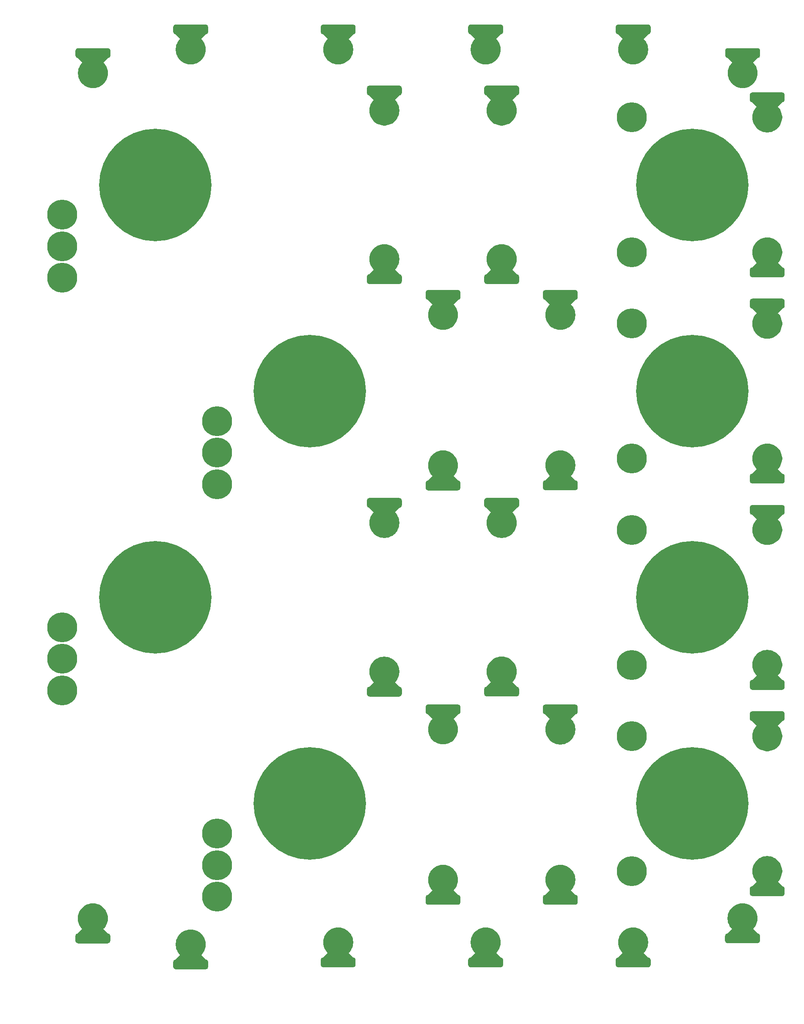
<source format=gbr>
%TF.GenerationSoftware,KiCad,Pcbnew,(5.1.9)-1*%
%TF.CreationDate,2021-08-08T20:50:52+02:00*%
%TF.ProjectId,SwitchBox,53776974-6368-4426-9f78-2e6b69636164,rev?*%
%TF.SameCoordinates,Original*%
%TF.FileFunction,Soldermask,Bot*%
%TF.FilePolarity,Negative*%
%FSLAX46Y46*%
G04 Gerber Fmt 4.6, Leading zero omitted, Abs format (unit mm)*
G04 Created by KiCad (PCBNEW (5.1.9)-1) date 2021-08-08 20:50:52*
%MOMM*%
%LPD*%
G01*
G04 APERTURE LIST*
%ADD10C,22.500000*%
%ADD11C,6.000000*%
%ADD12C,0.100000*%
G04 APERTURE END LIST*
D10*
%TO.C,D9*%
X161190000Y-64650000D03*
D11*
X149090000Y-78150000D03*
X149090000Y-51150000D03*
%TD*%
%TO.C,D10*%
X149090000Y-92406666D03*
X149090000Y-119406666D03*
D10*
X161190000Y-105906666D03*
%TD*%
%TO.C,D11*%
X161230000Y-147163332D03*
D11*
X149130000Y-160663332D03*
X149130000Y-133663332D03*
%TD*%
%TO.C,D12*%
X149150000Y-174920000D03*
X149150000Y-201920000D03*
D10*
X161250000Y-188420000D03*
%TD*%
%TO.C,BLACK*%
G36*
G01*
X38290000Y-214362777D02*
X44290000Y-214362777D01*
G75*
G02*
X44790000Y-214862777I0J-500000D01*
G01*
X44790000Y-215862777D01*
G75*
G02*
X44290000Y-216362777I-500000J0D01*
G01*
X38290000Y-216362777D01*
G75*
G02*
X37790000Y-215862777I0J500000D01*
G01*
X37790000Y-214862777D01*
G75*
G02*
X38290000Y-214362777I500000J0D01*
G01*
G37*
D12*
G36*
X41730191Y-208395247D02*
G01*
X42018941Y-208452683D01*
X42300670Y-208538145D01*
X42572665Y-208650809D01*
X42832308Y-208789591D01*
X43077098Y-208953154D01*
X43304677Y-209139924D01*
X43512853Y-209348100D01*
X43699623Y-209575679D01*
X43863186Y-209820469D01*
X44001968Y-210080112D01*
X44114632Y-210352107D01*
X44200094Y-210633836D01*
X44257530Y-210922586D01*
X44286386Y-211215574D01*
X44286386Y-211509980D01*
X44257530Y-211802968D01*
X44200094Y-212091718D01*
X44114632Y-212373447D01*
X44001968Y-212645442D01*
X43863186Y-212905085D01*
X43699623Y-213149875D01*
X43512853Y-213377454D01*
X43408765Y-213481542D01*
X44290000Y-214362777D01*
X38290000Y-214362777D01*
X39171235Y-213481542D01*
X39067147Y-213377454D01*
X38880377Y-213149875D01*
X38716814Y-212905085D01*
X38578032Y-212645442D01*
X38465368Y-212373447D01*
X38379906Y-212091718D01*
X38322470Y-211802968D01*
X38293614Y-211509980D01*
X38293614Y-211215574D01*
X38322470Y-210922586D01*
X38379906Y-210633836D01*
X38465368Y-210352107D01*
X38578032Y-210080112D01*
X38716814Y-209820469D01*
X38880377Y-209575679D01*
X39067147Y-209348100D01*
X39275323Y-209139924D01*
X39502902Y-208953154D01*
X39747692Y-208789591D01*
X40007335Y-208650809D01*
X40279330Y-208538145D01*
X40561059Y-208452683D01*
X40849809Y-208395247D01*
X41142797Y-208366391D01*
X41437203Y-208366391D01*
X41730191Y-208395247D01*
G37*
%TD*%
%TO.C,RED*%
G36*
X40869809Y-45274753D02*
G01*
X40581059Y-45217317D01*
X40299330Y-45131855D01*
X40027335Y-45019191D01*
X39767692Y-44880409D01*
X39522902Y-44716846D01*
X39295323Y-44530076D01*
X39087147Y-44321900D01*
X38900377Y-44094321D01*
X38736814Y-43849531D01*
X38598032Y-43589888D01*
X38485368Y-43317893D01*
X38399906Y-43036164D01*
X38342470Y-42747414D01*
X38313614Y-42454426D01*
X38313614Y-42160020D01*
X38342470Y-41867032D01*
X38399906Y-41578282D01*
X38485368Y-41296553D01*
X38598032Y-41024558D01*
X38736814Y-40764915D01*
X38900377Y-40520125D01*
X39087147Y-40292546D01*
X39191235Y-40188458D01*
X38310000Y-39307223D01*
X44310000Y-39307223D01*
X43428765Y-40188458D01*
X43532853Y-40292546D01*
X43719623Y-40520125D01*
X43883186Y-40764915D01*
X44021968Y-41024558D01*
X44134632Y-41296553D01*
X44220094Y-41578282D01*
X44277530Y-41867032D01*
X44306386Y-42160020D01*
X44306386Y-42454426D01*
X44277530Y-42747414D01*
X44220094Y-43036164D01*
X44134632Y-43317893D01*
X44021968Y-43589888D01*
X43883186Y-43849531D01*
X43719623Y-44094321D01*
X43532853Y-44321900D01*
X43324677Y-44530076D01*
X43097098Y-44716846D01*
X42852308Y-44880409D01*
X42592665Y-45019191D01*
X42320670Y-45131855D01*
X42038941Y-45217317D01*
X41750191Y-45274753D01*
X41457203Y-45303609D01*
X41162797Y-45303609D01*
X40869809Y-45274753D01*
G37*
G36*
G01*
X44310000Y-39307223D02*
X38310000Y-39307223D01*
G75*
G02*
X37810000Y-38807223I0J500000D01*
G01*
X37810000Y-37807223D01*
G75*
G02*
X38310000Y-37307223I500000J0D01*
G01*
X44310000Y-37307223D01*
G75*
G02*
X44810000Y-37807223I0J-500000D01*
G01*
X44810000Y-38807223D01*
G75*
G02*
X44310000Y-39307223I-500000J0D01*
G01*
G37*
%TD*%
%TO.C,BLACK*%
G36*
X61300191Y-213602470D02*
G01*
X61588941Y-213659906D01*
X61870670Y-213745368D01*
X62142665Y-213858032D01*
X62402308Y-213996814D01*
X62647098Y-214160377D01*
X62874677Y-214347147D01*
X63082853Y-214555323D01*
X63269623Y-214782902D01*
X63433186Y-215027692D01*
X63571968Y-215287335D01*
X63684632Y-215559330D01*
X63770094Y-215841059D01*
X63827530Y-216129809D01*
X63856386Y-216422797D01*
X63856386Y-216717203D01*
X63827530Y-217010191D01*
X63770094Y-217298941D01*
X63684632Y-217580670D01*
X63571968Y-217852665D01*
X63433186Y-218112308D01*
X63269623Y-218357098D01*
X63082853Y-218584677D01*
X62978765Y-218688765D01*
X63860000Y-219570000D01*
X57860000Y-219570000D01*
X58741235Y-218688765D01*
X58637147Y-218584677D01*
X58450377Y-218357098D01*
X58286814Y-218112308D01*
X58148032Y-217852665D01*
X58035368Y-217580670D01*
X57949906Y-217298941D01*
X57892470Y-217010191D01*
X57863614Y-216717203D01*
X57863614Y-216422797D01*
X57892470Y-216129809D01*
X57949906Y-215841059D01*
X58035368Y-215559330D01*
X58148032Y-215287335D01*
X58286814Y-215027692D01*
X58450377Y-214782902D01*
X58637147Y-214555323D01*
X58845323Y-214347147D01*
X59072902Y-214160377D01*
X59317692Y-213996814D01*
X59577335Y-213858032D01*
X59849330Y-213745368D01*
X60131059Y-213659906D01*
X60419809Y-213602470D01*
X60712797Y-213573614D01*
X61007203Y-213573614D01*
X61300191Y-213602470D01*
G37*
G36*
G01*
X57860000Y-219570000D02*
X63860000Y-219570000D01*
G75*
G02*
X64360000Y-220070000I0J-500000D01*
G01*
X64360000Y-221070000D01*
G75*
G02*
X63860000Y-221570000I-500000J0D01*
G01*
X57860000Y-221570000D01*
G75*
G02*
X57360000Y-221070000I0J500000D01*
G01*
X57360000Y-220070000D01*
G75*
G02*
X57860000Y-219570000I500000J0D01*
G01*
G37*
%TD*%
%TO.C,RED*%
G36*
G01*
X63860000Y-34570000D02*
X57860000Y-34570000D01*
G75*
G02*
X57360000Y-34070000I0J500000D01*
G01*
X57360000Y-33070000D01*
G75*
G02*
X57860000Y-32570000I500000J0D01*
G01*
X63860000Y-32570000D01*
G75*
G02*
X64360000Y-33070000I0J-500000D01*
G01*
X64360000Y-34070000D01*
G75*
G02*
X63860000Y-34570000I-500000J0D01*
G01*
G37*
G36*
X60419809Y-40537530D02*
G01*
X60131059Y-40480094D01*
X59849330Y-40394632D01*
X59577335Y-40281968D01*
X59317692Y-40143186D01*
X59072902Y-39979623D01*
X58845323Y-39792853D01*
X58637147Y-39584677D01*
X58450377Y-39357098D01*
X58286814Y-39112308D01*
X58148032Y-38852665D01*
X58035368Y-38580670D01*
X57949906Y-38298941D01*
X57892470Y-38010191D01*
X57863614Y-37717203D01*
X57863614Y-37422797D01*
X57892470Y-37129809D01*
X57949906Y-36841059D01*
X58035368Y-36559330D01*
X58148032Y-36287335D01*
X58286814Y-36027692D01*
X58450377Y-35782902D01*
X58637147Y-35555323D01*
X58741235Y-35451235D01*
X57860000Y-34570000D01*
X63860000Y-34570000D01*
X62978765Y-35451235D01*
X63082853Y-35555323D01*
X63269623Y-35782902D01*
X63433186Y-36027692D01*
X63571968Y-36287335D01*
X63684632Y-36559330D01*
X63770094Y-36841059D01*
X63827530Y-37129809D01*
X63856386Y-37422797D01*
X63856386Y-37717203D01*
X63827530Y-38010191D01*
X63770094Y-38298941D01*
X63684632Y-38580670D01*
X63571968Y-38852665D01*
X63433186Y-39112308D01*
X63269623Y-39357098D01*
X63082853Y-39584677D01*
X62874677Y-39792853D01*
X62647098Y-39979623D01*
X62402308Y-40143186D01*
X62142665Y-40281968D01*
X61870670Y-40394632D01*
X61588941Y-40480094D01*
X61300191Y-40537530D01*
X61007203Y-40566386D01*
X60712797Y-40566386D01*
X60419809Y-40537530D01*
G37*
%TD*%
%TO.C,BLACK*%
G36*
G01*
X87370000Y-219170000D02*
X93370000Y-219170000D01*
G75*
G02*
X93870000Y-219670000I0J-500000D01*
G01*
X93870000Y-220670000D01*
G75*
G02*
X93370000Y-221170000I-500000J0D01*
G01*
X87370000Y-221170000D01*
G75*
G02*
X86870000Y-220670000I0J500000D01*
G01*
X86870000Y-219670000D01*
G75*
G02*
X87370000Y-219170000I500000J0D01*
G01*
G37*
G36*
X90810191Y-213202470D02*
G01*
X91098941Y-213259906D01*
X91380670Y-213345368D01*
X91652665Y-213458032D01*
X91912308Y-213596814D01*
X92157098Y-213760377D01*
X92384677Y-213947147D01*
X92592853Y-214155323D01*
X92779623Y-214382902D01*
X92943186Y-214627692D01*
X93081968Y-214887335D01*
X93194632Y-215159330D01*
X93280094Y-215441059D01*
X93337530Y-215729809D01*
X93366386Y-216022797D01*
X93366386Y-216317203D01*
X93337530Y-216610191D01*
X93280094Y-216898941D01*
X93194632Y-217180670D01*
X93081968Y-217452665D01*
X92943186Y-217712308D01*
X92779623Y-217957098D01*
X92592853Y-218184677D01*
X92488765Y-218288765D01*
X93370000Y-219170000D01*
X87370000Y-219170000D01*
X88251235Y-218288765D01*
X88147147Y-218184677D01*
X87960377Y-217957098D01*
X87796814Y-217712308D01*
X87658032Y-217452665D01*
X87545368Y-217180670D01*
X87459906Y-216898941D01*
X87402470Y-216610191D01*
X87373614Y-216317203D01*
X87373614Y-216022797D01*
X87402470Y-215729809D01*
X87459906Y-215441059D01*
X87545368Y-215159330D01*
X87658032Y-214887335D01*
X87796814Y-214627692D01*
X87960377Y-214382902D01*
X88147147Y-214155323D01*
X88355323Y-213947147D01*
X88582902Y-213760377D01*
X88827692Y-213596814D01*
X89087335Y-213458032D01*
X89359330Y-213345368D01*
X89641059Y-213259906D01*
X89929809Y-213202470D01*
X90222797Y-213173614D01*
X90517203Y-213173614D01*
X90810191Y-213202470D01*
G37*
%TD*%
%TO.C,RED*%
G36*
X89929809Y-40537530D02*
G01*
X89641059Y-40480094D01*
X89359330Y-40394632D01*
X89087335Y-40281968D01*
X88827692Y-40143186D01*
X88582902Y-39979623D01*
X88355323Y-39792853D01*
X88147147Y-39584677D01*
X87960377Y-39357098D01*
X87796814Y-39112308D01*
X87658032Y-38852665D01*
X87545368Y-38580670D01*
X87459906Y-38298941D01*
X87402470Y-38010191D01*
X87373614Y-37717203D01*
X87373614Y-37422797D01*
X87402470Y-37129809D01*
X87459906Y-36841059D01*
X87545368Y-36559330D01*
X87658032Y-36287335D01*
X87796814Y-36027692D01*
X87960377Y-35782902D01*
X88147147Y-35555323D01*
X88251235Y-35451235D01*
X87370000Y-34570000D01*
X93370000Y-34570000D01*
X92488765Y-35451235D01*
X92592853Y-35555323D01*
X92779623Y-35782902D01*
X92943186Y-36027692D01*
X93081968Y-36287335D01*
X93194632Y-36559330D01*
X93280094Y-36841059D01*
X93337530Y-37129809D01*
X93366386Y-37422797D01*
X93366386Y-37717203D01*
X93337530Y-38010191D01*
X93280094Y-38298941D01*
X93194632Y-38580670D01*
X93081968Y-38852665D01*
X92943186Y-39112308D01*
X92779623Y-39357098D01*
X92592853Y-39584677D01*
X92384677Y-39792853D01*
X92157098Y-39979623D01*
X91912308Y-40143186D01*
X91652665Y-40281968D01*
X91380670Y-40394632D01*
X91098941Y-40480094D01*
X90810191Y-40537530D01*
X90517203Y-40566386D01*
X90222797Y-40566386D01*
X89929809Y-40537530D01*
G37*
G36*
G01*
X93370000Y-34570000D02*
X87370000Y-34570000D01*
G75*
G02*
X86870000Y-34070000I0J500000D01*
G01*
X86870000Y-33070000D01*
G75*
G02*
X87370000Y-32570000I500000J0D01*
G01*
X93370000Y-32570000D01*
G75*
G02*
X93870000Y-33070000I0J-500000D01*
G01*
X93870000Y-34070000D01*
G75*
G02*
X93370000Y-34570000I-500000J0D01*
G01*
G37*
%TD*%
%TO.C,BLACK*%
G36*
X120320191Y-213202470D02*
G01*
X120608941Y-213259906D01*
X120890670Y-213345368D01*
X121162665Y-213458032D01*
X121422308Y-213596814D01*
X121667098Y-213760377D01*
X121894677Y-213947147D01*
X122102853Y-214155323D01*
X122289623Y-214382902D01*
X122453186Y-214627692D01*
X122591968Y-214887335D01*
X122704632Y-215159330D01*
X122790094Y-215441059D01*
X122847530Y-215729809D01*
X122876386Y-216022797D01*
X122876386Y-216317203D01*
X122847530Y-216610191D01*
X122790094Y-216898941D01*
X122704632Y-217180670D01*
X122591968Y-217452665D01*
X122453186Y-217712308D01*
X122289623Y-217957098D01*
X122102853Y-218184677D01*
X121998765Y-218288765D01*
X122880000Y-219170000D01*
X116880000Y-219170000D01*
X117761235Y-218288765D01*
X117657147Y-218184677D01*
X117470377Y-217957098D01*
X117306814Y-217712308D01*
X117168032Y-217452665D01*
X117055368Y-217180670D01*
X116969906Y-216898941D01*
X116912470Y-216610191D01*
X116883614Y-216317203D01*
X116883614Y-216022797D01*
X116912470Y-215729809D01*
X116969906Y-215441059D01*
X117055368Y-215159330D01*
X117168032Y-214887335D01*
X117306814Y-214627692D01*
X117470377Y-214382902D01*
X117657147Y-214155323D01*
X117865323Y-213947147D01*
X118092902Y-213760377D01*
X118337692Y-213596814D01*
X118597335Y-213458032D01*
X118869330Y-213345368D01*
X119151059Y-213259906D01*
X119439809Y-213202470D01*
X119732797Y-213173614D01*
X120027203Y-213173614D01*
X120320191Y-213202470D01*
G37*
G36*
G01*
X116880000Y-219170000D02*
X122880000Y-219170000D01*
G75*
G02*
X123380000Y-219670000I0J-500000D01*
G01*
X123380000Y-220670000D01*
G75*
G02*
X122880000Y-221170000I-500000J0D01*
G01*
X116880000Y-221170000D01*
G75*
G02*
X116380000Y-220670000I0J500000D01*
G01*
X116380000Y-219670000D01*
G75*
G02*
X116880000Y-219170000I500000J0D01*
G01*
G37*
%TD*%
%TO.C,RED*%
G36*
G01*
X122880000Y-34570000D02*
X116880000Y-34570000D01*
G75*
G02*
X116380000Y-34070000I0J500000D01*
G01*
X116380000Y-33070000D01*
G75*
G02*
X116880000Y-32570000I500000J0D01*
G01*
X122880000Y-32570000D01*
G75*
G02*
X123380000Y-33070000I0J-500000D01*
G01*
X123380000Y-34070000D01*
G75*
G02*
X122880000Y-34570000I-500000J0D01*
G01*
G37*
G36*
X119439809Y-40537530D02*
G01*
X119151059Y-40480094D01*
X118869330Y-40394632D01*
X118597335Y-40281968D01*
X118337692Y-40143186D01*
X118092902Y-39979623D01*
X117865323Y-39792853D01*
X117657147Y-39584677D01*
X117470377Y-39357098D01*
X117306814Y-39112308D01*
X117168032Y-38852665D01*
X117055368Y-38580670D01*
X116969906Y-38298941D01*
X116912470Y-38010191D01*
X116883614Y-37717203D01*
X116883614Y-37422797D01*
X116912470Y-37129809D01*
X116969906Y-36841059D01*
X117055368Y-36559330D01*
X117168032Y-36287335D01*
X117306814Y-36027692D01*
X117470377Y-35782902D01*
X117657147Y-35555323D01*
X117761235Y-35451235D01*
X116880000Y-34570000D01*
X122880000Y-34570000D01*
X121998765Y-35451235D01*
X122102853Y-35555323D01*
X122289623Y-35782902D01*
X122453186Y-36027692D01*
X122591968Y-36287335D01*
X122704632Y-36559330D01*
X122790094Y-36841059D01*
X122847530Y-37129809D01*
X122876386Y-37422797D01*
X122876386Y-37717203D01*
X122847530Y-38010191D01*
X122790094Y-38298941D01*
X122704632Y-38580670D01*
X122591968Y-38852665D01*
X122453186Y-39112308D01*
X122289623Y-39357098D01*
X122102853Y-39584677D01*
X121894677Y-39792853D01*
X121667098Y-39979623D01*
X121422308Y-40143186D01*
X121162665Y-40281968D01*
X120890670Y-40394632D01*
X120608941Y-40480094D01*
X120320191Y-40537530D01*
X120027203Y-40566386D01*
X119732797Y-40566386D01*
X119439809Y-40537530D01*
G37*
%TD*%
%TO.C,BLACK*%
G36*
G01*
X146390000Y-219170000D02*
X152390000Y-219170000D01*
G75*
G02*
X152890000Y-219670000I0J-500000D01*
G01*
X152890000Y-220670000D01*
G75*
G02*
X152390000Y-221170000I-500000J0D01*
G01*
X146390000Y-221170000D01*
G75*
G02*
X145890000Y-220670000I0J500000D01*
G01*
X145890000Y-219670000D01*
G75*
G02*
X146390000Y-219170000I500000J0D01*
G01*
G37*
G36*
X149830191Y-213202470D02*
G01*
X150118941Y-213259906D01*
X150400670Y-213345368D01*
X150672665Y-213458032D01*
X150932308Y-213596814D01*
X151177098Y-213760377D01*
X151404677Y-213947147D01*
X151612853Y-214155323D01*
X151799623Y-214382902D01*
X151963186Y-214627692D01*
X152101968Y-214887335D01*
X152214632Y-215159330D01*
X152300094Y-215441059D01*
X152357530Y-215729809D01*
X152386386Y-216022797D01*
X152386386Y-216317203D01*
X152357530Y-216610191D01*
X152300094Y-216898941D01*
X152214632Y-217180670D01*
X152101968Y-217452665D01*
X151963186Y-217712308D01*
X151799623Y-217957098D01*
X151612853Y-218184677D01*
X151508765Y-218288765D01*
X152390000Y-219170000D01*
X146390000Y-219170000D01*
X147271235Y-218288765D01*
X147167147Y-218184677D01*
X146980377Y-217957098D01*
X146816814Y-217712308D01*
X146678032Y-217452665D01*
X146565368Y-217180670D01*
X146479906Y-216898941D01*
X146422470Y-216610191D01*
X146393614Y-216317203D01*
X146393614Y-216022797D01*
X146422470Y-215729809D01*
X146479906Y-215441059D01*
X146565368Y-215159330D01*
X146678032Y-214887335D01*
X146816814Y-214627692D01*
X146980377Y-214382902D01*
X147167147Y-214155323D01*
X147375323Y-213947147D01*
X147602902Y-213760377D01*
X147847692Y-213596814D01*
X148107335Y-213458032D01*
X148379330Y-213345368D01*
X148661059Y-213259906D01*
X148949809Y-213202470D01*
X149242797Y-213173614D01*
X149537203Y-213173614D01*
X149830191Y-213202470D01*
G37*
%TD*%
%TO.C,RED*%
G36*
X148949809Y-40537530D02*
G01*
X148661059Y-40480094D01*
X148379330Y-40394632D01*
X148107335Y-40281968D01*
X147847692Y-40143186D01*
X147602902Y-39979623D01*
X147375323Y-39792853D01*
X147167147Y-39584677D01*
X146980377Y-39357098D01*
X146816814Y-39112308D01*
X146678032Y-38852665D01*
X146565368Y-38580670D01*
X146479906Y-38298941D01*
X146422470Y-38010191D01*
X146393614Y-37717203D01*
X146393614Y-37422797D01*
X146422470Y-37129809D01*
X146479906Y-36841059D01*
X146565368Y-36559330D01*
X146678032Y-36287335D01*
X146816814Y-36027692D01*
X146980377Y-35782902D01*
X147167147Y-35555323D01*
X147271235Y-35451235D01*
X146390000Y-34570000D01*
X152390000Y-34570000D01*
X151508765Y-35451235D01*
X151612853Y-35555323D01*
X151799623Y-35782902D01*
X151963186Y-36027692D01*
X152101968Y-36287335D01*
X152214632Y-36559330D01*
X152300094Y-36841059D01*
X152357530Y-37129809D01*
X152386386Y-37422797D01*
X152386386Y-37717203D01*
X152357530Y-38010191D01*
X152300094Y-38298941D01*
X152214632Y-38580670D01*
X152101968Y-38852665D01*
X151963186Y-39112308D01*
X151799623Y-39357098D01*
X151612853Y-39584677D01*
X151404677Y-39792853D01*
X151177098Y-39979623D01*
X150932308Y-40143186D01*
X150672665Y-40281968D01*
X150400670Y-40394632D01*
X150118941Y-40480094D01*
X149830191Y-40537530D01*
X149537203Y-40566386D01*
X149242797Y-40566386D01*
X148949809Y-40537530D01*
G37*
G36*
G01*
X152390000Y-34570000D02*
X146390000Y-34570000D01*
G75*
G02*
X145890000Y-34070000I0J500000D01*
G01*
X145890000Y-33070000D01*
G75*
G02*
X146390000Y-32570000I500000J0D01*
G01*
X152390000Y-32570000D01*
G75*
G02*
X152890000Y-33070000I0J-500000D01*
G01*
X152890000Y-34070000D01*
G75*
G02*
X152390000Y-34570000I-500000J0D01*
G01*
G37*
%TD*%
%TO.C,BLACK*%
G36*
X171720191Y-208385247D02*
G01*
X172008941Y-208442683D01*
X172290670Y-208528145D01*
X172562665Y-208640809D01*
X172822308Y-208779591D01*
X173067098Y-208943154D01*
X173294677Y-209129924D01*
X173502853Y-209338100D01*
X173689623Y-209565679D01*
X173853186Y-209810469D01*
X173991968Y-210070112D01*
X174104632Y-210342107D01*
X174190094Y-210623836D01*
X174247530Y-210912586D01*
X174276386Y-211205574D01*
X174276386Y-211499980D01*
X174247530Y-211792968D01*
X174190094Y-212081718D01*
X174104632Y-212363447D01*
X173991968Y-212635442D01*
X173853186Y-212895085D01*
X173689623Y-213139875D01*
X173502853Y-213367454D01*
X173398765Y-213471542D01*
X174280000Y-214352777D01*
X168280000Y-214352777D01*
X169161235Y-213471542D01*
X169057147Y-213367454D01*
X168870377Y-213139875D01*
X168706814Y-212895085D01*
X168568032Y-212635442D01*
X168455368Y-212363447D01*
X168369906Y-212081718D01*
X168312470Y-211792968D01*
X168283614Y-211499980D01*
X168283614Y-211205574D01*
X168312470Y-210912586D01*
X168369906Y-210623836D01*
X168455368Y-210342107D01*
X168568032Y-210070112D01*
X168706814Y-209810469D01*
X168870377Y-209565679D01*
X169057147Y-209338100D01*
X169265323Y-209129924D01*
X169492902Y-208943154D01*
X169737692Y-208779591D01*
X169997335Y-208640809D01*
X170269330Y-208528145D01*
X170551059Y-208442683D01*
X170839809Y-208385247D01*
X171132797Y-208356391D01*
X171427203Y-208356391D01*
X171720191Y-208385247D01*
G37*
G36*
G01*
X168280000Y-214352777D02*
X174280000Y-214352777D01*
G75*
G02*
X174780000Y-214852777I0J-500000D01*
G01*
X174780000Y-215852777D01*
G75*
G02*
X174280000Y-216352777I-500000J0D01*
G01*
X168280000Y-216352777D01*
G75*
G02*
X167780000Y-215852777I0J500000D01*
G01*
X167780000Y-214852777D01*
G75*
G02*
X168280000Y-214352777I500000J0D01*
G01*
G37*
%TD*%
%TO.C,RED*%
G36*
G01*
X174300000Y-39297223D02*
X168300000Y-39297223D01*
G75*
G02*
X167800000Y-38797223I0J500000D01*
G01*
X167800000Y-37797223D01*
G75*
G02*
X168300000Y-37297223I500000J0D01*
G01*
X174300000Y-37297223D01*
G75*
G02*
X174800000Y-37797223I0J-500000D01*
G01*
X174800000Y-38797223D01*
G75*
G02*
X174300000Y-39297223I-500000J0D01*
G01*
G37*
G36*
X170859809Y-45264753D02*
G01*
X170571059Y-45207317D01*
X170289330Y-45121855D01*
X170017335Y-45009191D01*
X169757692Y-44870409D01*
X169512902Y-44706846D01*
X169285323Y-44520076D01*
X169077147Y-44311900D01*
X168890377Y-44084321D01*
X168726814Y-43839531D01*
X168588032Y-43579888D01*
X168475368Y-43307893D01*
X168389906Y-43026164D01*
X168332470Y-42737414D01*
X168303614Y-42444426D01*
X168303614Y-42150020D01*
X168332470Y-41857032D01*
X168389906Y-41568282D01*
X168475368Y-41286553D01*
X168588032Y-41014558D01*
X168726814Y-40754915D01*
X168890377Y-40510125D01*
X169077147Y-40282546D01*
X169181235Y-40178458D01*
X168300000Y-39297223D01*
X174300000Y-39297223D01*
X173418765Y-40178458D01*
X173522853Y-40282546D01*
X173709623Y-40510125D01*
X173873186Y-40754915D01*
X174011968Y-41014558D01*
X174124632Y-41286553D01*
X174210094Y-41568282D01*
X174267530Y-41857032D01*
X174296386Y-42150020D01*
X174296386Y-42444426D01*
X174267530Y-42737414D01*
X174210094Y-43026164D01*
X174124632Y-43307893D01*
X174011968Y-43579888D01*
X173873186Y-43839531D01*
X173709623Y-44084321D01*
X173522853Y-44311900D01*
X173314677Y-44520076D01*
X173087098Y-44706846D01*
X172842308Y-44870409D01*
X172582665Y-45009191D01*
X172310670Y-45121855D01*
X172028941Y-45207317D01*
X171740191Y-45264753D01*
X171447203Y-45293609D01*
X171152797Y-45293609D01*
X170859809Y-45264753D01*
G37*
%TD*%
%TO.C,BLACK*%
G36*
G01*
X102610000Y-46790000D02*
X96610000Y-46790000D01*
G75*
G02*
X96110000Y-46290000I0J500000D01*
G01*
X96110000Y-45290000D01*
G75*
G02*
X96610000Y-44790000I500000J0D01*
G01*
X102610000Y-44790000D01*
G75*
G02*
X103110000Y-45290000I0J-500000D01*
G01*
X103110000Y-46290000D01*
G75*
G02*
X102610000Y-46790000I-500000J0D01*
G01*
G37*
G36*
X99169809Y-52757530D02*
G01*
X98881059Y-52700094D01*
X98599330Y-52614632D01*
X98327335Y-52501968D01*
X98067692Y-52363186D01*
X97822902Y-52199623D01*
X97595323Y-52012853D01*
X97387147Y-51804677D01*
X97200377Y-51577098D01*
X97036814Y-51332308D01*
X96898032Y-51072665D01*
X96785368Y-50800670D01*
X96699906Y-50518941D01*
X96642470Y-50230191D01*
X96613614Y-49937203D01*
X96613614Y-49642797D01*
X96642470Y-49349809D01*
X96699906Y-49061059D01*
X96785368Y-48779330D01*
X96898032Y-48507335D01*
X97036814Y-48247692D01*
X97200377Y-48002902D01*
X97387147Y-47775323D01*
X97491235Y-47671235D01*
X96610000Y-46790000D01*
X102610000Y-46790000D01*
X101728765Y-47671235D01*
X101832853Y-47775323D01*
X102019623Y-48002902D01*
X102183186Y-48247692D01*
X102321968Y-48507335D01*
X102434632Y-48779330D01*
X102520094Y-49061059D01*
X102577530Y-49349809D01*
X102606386Y-49642797D01*
X102606386Y-49937203D01*
X102577530Y-50230191D01*
X102520094Y-50518941D01*
X102434632Y-50800670D01*
X102321968Y-51072665D01*
X102183186Y-51332308D01*
X102019623Y-51577098D01*
X101832853Y-51804677D01*
X101624677Y-52012853D01*
X101397098Y-52199623D01*
X101152308Y-52363186D01*
X100892665Y-52501968D01*
X100620670Y-52614632D01*
X100338941Y-52700094D01*
X100050191Y-52757530D01*
X99757203Y-52786386D01*
X99462797Y-52786386D01*
X99169809Y-52757530D01*
G37*
%TD*%
%TO.C,BLACK*%
G36*
X110909809Y-93647530D02*
G01*
X110621059Y-93590094D01*
X110339330Y-93504632D01*
X110067335Y-93391968D01*
X109807692Y-93253186D01*
X109562902Y-93089623D01*
X109335323Y-92902853D01*
X109127147Y-92694677D01*
X108940377Y-92467098D01*
X108776814Y-92222308D01*
X108638032Y-91962665D01*
X108525368Y-91690670D01*
X108439906Y-91408941D01*
X108382470Y-91120191D01*
X108353614Y-90827203D01*
X108353614Y-90532797D01*
X108382470Y-90239809D01*
X108439906Y-89951059D01*
X108525368Y-89669330D01*
X108638032Y-89397335D01*
X108776814Y-89137692D01*
X108940377Y-88892902D01*
X109127147Y-88665323D01*
X109231235Y-88561235D01*
X108350000Y-87680000D01*
X114350000Y-87680000D01*
X113468765Y-88561235D01*
X113572853Y-88665323D01*
X113759623Y-88892902D01*
X113923186Y-89137692D01*
X114061968Y-89397335D01*
X114174632Y-89669330D01*
X114260094Y-89951059D01*
X114317530Y-90239809D01*
X114346386Y-90532797D01*
X114346386Y-90827203D01*
X114317530Y-91120191D01*
X114260094Y-91408941D01*
X114174632Y-91690670D01*
X114061968Y-91962665D01*
X113923186Y-92222308D01*
X113759623Y-92467098D01*
X113572853Y-92694677D01*
X113364677Y-92902853D01*
X113137098Y-93089623D01*
X112892308Y-93253186D01*
X112632665Y-93391968D01*
X112360670Y-93504632D01*
X112078941Y-93590094D01*
X111790191Y-93647530D01*
X111497203Y-93676386D01*
X111202797Y-93676386D01*
X110909809Y-93647530D01*
G37*
G36*
G01*
X114350000Y-87680000D02*
X108350000Y-87680000D01*
G75*
G02*
X107850000Y-87180000I0J500000D01*
G01*
X107850000Y-86180000D01*
G75*
G02*
X108350000Y-85680000I500000J0D01*
G01*
X114350000Y-85680000D01*
G75*
G02*
X114850000Y-86180000I0J-500000D01*
G01*
X114850000Y-87180000D01*
G75*
G02*
X114350000Y-87680000I-500000J0D01*
G01*
G37*
%TD*%
%TO.C,BLACK*%
G36*
X100050191Y-76532470D02*
G01*
X100338941Y-76589906D01*
X100620670Y-76675368D01*
X100892665Y-76788032D01*
X101152308Y-76926814D01*
X101397098Y-77090377D01*
X101624677Y-77277147D01*
X101832853Y-77485323D01*
X102019623Y-77712902D01*
X102183186Y-77957692D01*
X102321968Y-78217335D01*
X102434632Y-78489330D01*
X102520094Y-78771059D01*
X102577530Y-79059809D01*
X102606386Y-79352797D01*
X102606386Y-79647203D01*
X102577530Y-79940191D01*
X102520094Y-80228941D01*
X102434632Y-80510670D01*
X102321968Y-80782665D01*
X102183186Y-81042308D01*
X102019623Y-81287098D01*
X101832853Y-81514677D01*
X101728765Y-81618765D01*
X102610000Y-82500000D01*
X96610000Y-82500000D01*
X97491235Y-81618765D01*
X97387147Y-81514677D01*
X97200377Y-81287098D01*
X97036814Y-81042308D01*
X96898032Y-80782665D01*
X96785368Y-80510670D01*
X96699906Y-80228941D01*
X96642470Y-79940191D01*
X96613614Y-79647203D01*
X96613614Y-79352797D01*
X96642470Y-79059809D01*
X96699906Y-78771059D01*
X96785368Y-78489330D01*
X96898032Y-78217335D01*
X97036814Y-77957692D01*
X97200377Y-77712902D01*
X97387147Y-77485323D01*
X97595323Y-77277147D01*
X97822902Y-77090377D01*
X98067692Y-76926814D01*
X98327335Y-76788032D01*
X98599330Y-76675368D01*
X98881059Y-76589906D01*
X99169809Y-76532470D01*
X99462797Y-76503614D01*
X99757203Y-76503614D01*
X100050191Y-76532470D01*
G37*
G36*
G01*
X96610000Y-82500000D02*
X102610000Y-82500000D01*
G75*
G02*
X103110000Y-83000000I0J-500000D01*
G01*
X103110000Y-84000000D01*
G75*
G02*
X102610000Y-84500000I-500000J0D01*
G01*
X96610000Y-84500000D01*
G75*
G02*
X96110000Y-84000000I0J500000D01*
G01*
X96110000Y-83000000D01*
G75*
G02*
X96610000Y-82500000I500000J0D01*
G01*
G37*
%TD*%
%TO.C,BLACK*%
G36*
X111790191Y-117802470D02*
G01*
X112078941Y-117859906D01*
X112360670Y-117945368D01*
X112632665Y-118058032D01*
X112892308Y-118196814D01*
X113137098Y-118360377D01*
X113364677Y-118547147D01*
X113572853Y-118755323D01*
X113759623Y-118982902D01*
X113923186Y-119227692D01*
X114061968Y-119487335D01*
X114174632Y-119759330D01*
X114260094Y-120041059D01*
X114317530Y-120329809D01*
X114346386Y-120622797D01*
X114346386Y-120917203D01*
X114317530Y-121210191D01*
X114260094Y-121498941D01*
X114174632Y-121780670D01*
X114061968Y-122052665D01*
X113923186Y-122312308D01*
X113759623Y-122557098D01*
X113572853Y-122784677D01*
X113468765Y-122888765D01*
X114350000Y-123770000D01*
X108350000Y-123770000D01*
X109231235Y-122888765D01*
X109127147Y-122784677D01*
X108940377Y-122557098D01*
X108776814Y-122312308D01*
X108638032Y-122052665D01*
X108525368Y-121780670D01*
X108439906Y-121498941D01*
X108382470Y-121210191D01*
X108353614Y-120917203D01*
X108353614Y-120622797D01*
X108382470Y-120329809D01*
X108439906Y-120041059D01*
X108525368Y-119759330D01*
X108638032Y-119487335D01*
X108776814Y-119227692D01*
X108940377Y-118982902D01*
X109127147Y-118755323D01*
X109335323Y-118547147D01*
X109562902Y-118360377D01*
X109807692Y-118196814D01*
X110067335Y-118058032D01*
X110339330Y-117945368D01*
X110621059Y-117859906D01*
X110909809Y-117802470D01*
X111202797Y-117773614D01*
X111497203Y-117773614D01*
X111790191Y-117802470D01*
G37*
G36*
G01*
X108350000Y-123770000D02*
X114350000Y-123770000D01*
G75*
G02*
X114850000Y-124270000I0J-500000D01*
G01*
X114850000Y-125270000D01*
G75*
G02*
X114350000Y-125770000I-500000J0D01*
G01*
X108350000Y-125770000D01*
G75*
G02*
X107850000Y-125270000I0J500000D01*
G01*
X107850000Y-124270000D01*
G75*
G02*
X108350000Y-123770000I500000J0D01*
G01*
G37*
%TD*%
%TO.C,BLACK*%
G36*
X99169809Y-135237530D02*
G01*
X98881059Y-135180094D01*
X98599330Y-135094632D01*
X98327335Y-134981968D01*
X98067692Y-134843186D01*
X97822902Y-134679623D01*
X97595323Y-134492853D01*
X97387147Y-134284677D01*
X97200377Y-134057098D01*
X97036814Y-133812308D01*
X96898032Y-133552665D01*
X96785368Y-133280670D01*
X96699906Y-132998941D01*
X96642470Y-132710191D01*
X96613614Y-132417203D01*
X96613614Y-132122797D01*
X96642470Y-131829809D01*
X96699906Y-131541059D01*
X96785368Y-131259330D01*
X96898032Y-130987335D01*
X97036814Y-130727692D01*
X97200377Y-130482902D01*
X97387147Y-130255323D01*
X97491235Y-130151235D01*
X96610000Y-129270000D01*
X102610000Y-129270000D01*
X101728765Y-130151235D01*
X101832853Y-130255323D01*
X102019623Y-130482902D01*
X102183186Y-130727692D01*
X102321968Y-130987335D01*
X102434632Y-131259330D01*
X102520094Y-131541059D01*
X102577530Y-131829809D01*
X102606386Y-132122797D01*
X102606386Y-132417203D01*
X102577530Y-132710191D01*
X102520094Y-132998941D01*
X102434632Y-133280670D01*
X102321968Y-133552665D01*
X102183186Y-133812308D01*
X102019623Y-134057098D01*
X101832853Y-134284677D01*
X101624677Y-134492853D01*
X101397098Y-134679623D01*
X101152308Y-134843186D01*
X100892665Y-134981968D01*
X100620670Y-135094632D01*
X100338941Y-135180094D01*
X100050191Y-135237530D01*
X99757203Y-135266386D01*
X99462797Y-135266386D01*
X99169809Y-135237530D01*
G37*
G36*
G01*
X102610000Y-129270000D02*
X96610000Y-129270000D01*
G75*
G02*
X96110000Y-128770000I0J500000D01*
G01*
X96110000Y-127770000D01*
G75*
G02*
X96610000Y-127270000I500000J0D01*
G01*
X102610000Y-127270000D01*
G75*
G02*
X103110000Y-127770000I0J-500000D01*
G01*
X103110000Y-128770000D01*
G75*
G02*
X102610000Y-129270000I-500000J0D01*
G01*
G37*
%TD*%
%TO.C,BLACK*%
G36*
G01*
X114350000Y-170570000D02*
X108350000Y-170570000D01*
G75*
G02*
X107850000Y-170070000I0J500000D01*
G01*
X107850000Y-169070000D01*
G75*
G02*
X108350000Y-168570000I500000J0D01*
G01*
X114350000Y-168570000D01*
G75*
G02*
X114850000Y-169070000I0J-500000D01*
G01*
X114850000Y-170070000D01*
G75*
G02*
X114350000Y-170570000I-500000J0D01*
G01*
G37*
G36*
X110909809Y-176537530D02*
G01*
X110621059Y-176480094D01*
X110339330Y-176394632D01*
X110067335Y-176281968D01*
X109807692Y-176143186D01*
X109562902Y-175979623D01*
X109335323Y-175792853D01*
X109127147Y-175584677D01*
X108940377Y-175357098D01*
X108776814Y-175112308D01*
X108638032Y-174852665D01*
X108525368Y-174580670D01*
X108439906Y-174298941D01*
X108382470Y-174010191D01*
X108353614Y-173717203D01*
X108353614Y-173422797D01*
X108382470Y-173129809D01*
X108439906Y-172841059D01*
X108525368Y-172559330D01*
X108638032Y-172287335D01*
X108776814Y-172027692D01*
X108940377Y-171782902D01*
X109127147Y-171555323D01*
X109231235Y-171451235D01*
X108350000Y-170570000D01*
X114350000Y-170570000D01*
X113468765Y-171451235D01*
X113572853Y-171555323D01*
X113759623Y-171782902D01*
X113923186Y-172027692D01*
X114061968Y-172287335D01*
X114174632Y-172559330D01*
X114260094Y-172841059D01*
X114317530Y-173129809D01*
X114346386Y-173422797D01*
X114346386Y-173717203D01*
X114317530Y-174010191D01*
X114260094Y-174298941D01*
X114174632Y-174580670D01*
X114061968Y-174852665D01*
X113923186Y-175112308D01*
X113759623Y-175357098D01*
X113572853Y-175584677D01*
X113364677Y-175792853D01*
X113137098Y-175979623D01*
X112892308Y-176143186D01*
X112632665Y-176281968D01*
X112360670Y-176394632D01*
X112078941Y-176480094D01*
X111790191Y-176537530D01*
X111497203Y-176566386D01*
X111202797Y-176566386D01*
X110909809Y-176537530D01*
G37*
%TD*%
%TO.C,BLACK*%
G36*
G01*
X96610000Y-165010000D02*
X102610000Y-165010000D01*
G75*
G02*
X103110000Y-165510000I0J-500000D01*
G01*
X103110000Y-166510000D01*
G75*
G02*
X102610000Y-167010000I-500000J0D01*
G01*
X96610000Y-167010000D01*
G75*
G02*
X96110000Y-166510000I0J500000D01*
G01*
X96110000Y-165510000D01*
G75*
G02*
X96610000Y-165010000I500000J0D01*
G01*
G37*
G36*
X100050191Y-159042470D02*
G01*
X100338941Y-159099906D01*
X100620670Y-159185368D01*
X100892665Y-159298032D01*
X101152308Y-159436814D01*
X101397098Y-159600377D01*
X101624677Y-159787147D01*
X101832853Y-159995323D01*
X102019623Y-160222902D01*
X102183186Y-160467692D01*
X102321968Y-160727335D01*
X102434632Y-160999330D01*
X102520094Y-161281059D01*
X102577530Y-161569809D01*
X102606386Y-161862797D01*
X102606386Y-162157203D01*
X102577530Y-162450191D01*
X102520094Y-162738941D01*
X102434632Y-163020670D01*
X102321968Y-163292665D01*
X102183186Y-163552308D01*
X102019623Y-163797098D01*
X101832853Y-164024677D01*
X101728765Y-164128765D01*
X102610000Y-165010000D01*
X96610000Y-165010000D01*
X97491235Y-164128765D01*
X97387147Y-164024677D01*
X97200377Y-163797098D01*
X97036814Y-163552308D01*
X96898032Y-163292665D01*
X96785368Y-163020670D01*
X96699906Y-162738941D01*
X96642470Y-162450191D01*
X96613614Y-162157203D01*
X96613614Y-161862797D01*
X96642470Y-161569809D01*
X96699906Y-161281059D01*
X96785368Y-160999330D01*
X96898032Y-160727335D01*
X97036814Y-160467692D01*
X97200377Y-160222902D01*
X97387147Y-159995323D01*
X97595323Y-159787147D01*
X97822902Y-159600377D01*
X98067692Y-159436814D01*
X98327335Y-159298032D01*
X98599330Y-159185368D01*
X98881059Y-159099906D01*
X99169809Y-159042470D01*
X99462797Y-159013614D01*
X99757203Y-159013614D01*
X100050191Y-159042470D01*
G37*
%TD*%
%TO.C,BLACK*%
G36*
G01*
X108350000Y-206650000D02*
X114350000Y-206650000D01*
G75*
G02*
X114850000Y-207150000I0J-500000D01*
G01*
X114850000Y-208150000D01*
G75*
G02*
X114350000Y-208650000I-500000J0D01*
G01*
X108350000Y-208650000D01*
G75*
G02*
X107850000Y-208150000I0J500000D01*
G01*
X107850000Y-207150000D01*
G75*
G02*
X108350000Y-206650000I500000J0D01*
G01*
G37*
G36*
X111790191Y-200682470D02*
G01*
X112078941Y-200739906D01*
X112360670Y-200825368D01*
X112632665Y-200938032D01*
X112892308Y-201076814D01*
X113137098Y-201240377D01*
X113364677Y-201427147D01*
X113572853Y-201635323D01*
X113759623Y-201862902D01*
X113923186Y-202107692D01*
X114061968Y-202367335D01*
X114174632Y-202639330D01*
X114260094Y-202921059D01*
X114317530Y-203209809D01*
X114346386Y-203502797D01*
X114346386Y-203797203D01*
X114317530Y-204090191D01*
X114260094Y-204378941D01*
X114174632Y-204660670D01*
X114061968Y-204932665D01*
X113923186Y-205192308D01*
X113759623Y-205437098D01*
X113572853Y-205664677D01*
X113468765Y-205768765D01*
X114350000Y-206650000D01*
X108350000Y-206650000D01*
X109231235Y-205768765D01*
X109127147Y-205664677D01*
X108940377Y-205437098D01*
X108776814Y-205192308D01*
X108638032Y-204932665D01*
X108525368Y-204660670D01*
X108439906Y-204378941D01*
X108382470Y-204090191D01*
X108353614Y-203797203D01*
X108353614Y-203502797D01*
X108382470Y-203209809D01*
X108439906Y-202921059D01*
X108525368Y-202639330D01*
X108638032Y-202367335D01*
X108776814Y-202107692D01*
X108940377Y-201862902D01*
X109127147Y-201635323D01*
X109335323Y-201427147D01*
X109562902Y-201240377D01*
X109807692Y-201076814D01*
X110067335Y-200938032D01*
X110339330Y-200825368D01*
X110621059Y-200739906D01*
X110909809Y-200682470D01*
X111202797Y-200653614D01*
X111497203Y-200653614D01*
X111790191Y-200682470D01*
G37*
%TD*%
%TO.C,BLACK*%
G36*
X122639809Y-52757530D02*
G01*
X122351059Y-52700094D01*
X122069330Y-52614632D01*
X121797335Y-52501968D01*
X121537692Y-52363186D01*
X121292902Y-52199623D01*
X121065323Y-52012853D01*
X120857147Y-51804677D01*
X120670377Y-51577098D01*
X120506814Y-51332308D01*
X120368032Y-51072665D01*
X120255368Y-50800670D01*
X120169906Y-50518941D01*
X120112470Y-50230191D01*
X120083614Y-49937203D01*
X120083614Y-49642797D01*
X120112470Y-49349809D01*
X120169906Y-49061059D01*
X120255368Y-48779330D01*
X120368032Y-48507335D01*
X120506814Y-48247692D01*
X120670377Y-48002902D01*
X120857147Y-47775323D01*
X120961235Y-47671235D01*
X120080000Y-46790000D01*
X126080000Y-46790000D01*
X125198765Y-47671235D01*
X125302853Y-47775323D01*
X125489623Y-48002902D01*
X125653186Y-48247692D01*
X125791968Y-48507335D01*
X125904632Y-48779330D01*
X125990094Y-49061059D01*
X126047530Y-49349809D01*
X126076386Y-49642797D01*
X126076386Y-49937203D01*
X126047530Y-50230191D01*
X125990094Y-50518941D01*
X125904632Y-50800670D01*
X125791968Y-51072665D01*
X125653186Y-51332308D01*
X125489623Y-51577098D01*
X125302853Y-51804677D01*
X125094677Y-52012853D01*
X124867098Y-52199623D01*
X124622308Y-52363186D01*
X124362665Y-52501968D01*
X124090670Y-52614632D01*
X123808941Y-52700094D01*
X123520191Y-52757530D01*
X123227203Y-52786386D01*
X122932797Y-52786386D01*
X122639809Y-52757530D01*
G37*
G36*
G01*
X126080000Y-46790000D02*
X120080000Y-46790000D01*
G75*
G02*
X119580000Y-46290000I0J500000D01*
G01*
X119580000Y-45290000D01*
G75*
G02*
X120080000Y-44790000I500000J0D01*
G01*
X126080000Y-44790000D01*
G75*
G02*
X126580000Y-45290000I0J-500000D01*
G01*
X126580000Y-46290000D01*
G75*
G02*
X126080000Y-46790000I-500000J0D01*
G01*
G37*
%TD*%
%TO.C,BLACK*%
G36*
X134379809Y-93647530D02*
G01*
X134091059Y-93590094D01*
X133809330Y-93504632D01*
X133537335Y-93391968D01*
X133277692Y-93253186D01*
X133032902Y-93089623D01*
X132805323Y-92902853D01*
X132597147Y-92694677D01*
X132410377Y-92467098D01*
X132246814Y-92222308D01*
X132108032Y-91962665D01*
X131995368Y-91690670D01*
X131909906Y-91408941D01*
X131852470Y-91120191D01*
X131823614Y-90827203D01*
X131823614Y-90532797D01*
X131852470Y-90239809D01*
X131909906Y-89951059D01*
X131995368Y-89669330D01*
X132108032Y-89397335D01*
X132246814Y-89137692D01*
X132410377Y-88892902D01*
X132597147Y-88665323D01*
X132701235Y-88561235D01*
X131820000Y-87680000D01*
X137820000Y-87680000D01*
X136938765Y-88561235D01*
X137042853Y-88665323D01*
X137229623Y-88892902D01*
X137393186Y-89137692D01*
X137531968Y-89397335D01*
X137644632Y-89669330D01*
X137730094Y-89951059D01*
X137787530Y-90239809D01*
X137816386Y-90532797D01*
X137816386Y-90827203D01*
X137787530Y-91120191D01*
X137730094Y-91408941D01*
X137644632Y-91690670D01*
X137531968Y-91962665D01*
X137393186Y-92222308D01*
X137229623Y-92467098D01*
X137042853Y-92694677D01*
X136834677Y-92902853D01*
X136607098Y-93089623D01*
X136362308Y-93253186D01*
X136102665Y-93391968D01*
X135830670Y-93504632D01*
X135548941Y-93590094D01*
X135260191Y-93647530D01*
X134967203Y-93676386D01*
X134672797Y-93676386D01*
X134379809Y-93647530D01*
G37*
G36*
G01*
X137820000Y-87680000D02*
X131820000Y-87680000D01*
G75*
G02*
X131320000Y-87180000I0J500000D01*
G01*
X131320000Y-86180000D01*
G75*
G02*
X131820000Y-85680000I500000J0D01*
G01*
X137820000Y-85680000D01*
G75*
G02*
X138320000Y-86180000I0J-500000D01*
G01*
X138320000Y-87180000D01*
G75*
G02*
X137820000Y-87680000I-500000J0D01*
G01*
G37*
%TD*%
%TO.C,BLACK*%
G36*
G01*
X120080000Y-82500000D02*
X126080000Y-82500000D01*
G75*
G02*
X126580000Y-83000000I0J-500000D01*
G01*
X126580000Y-84000000D01*
G75*
G02*
X126080000Y-84500000I-500000J0D01*
G01*
X120080000Y-84500000D01*
G75*
G02*
X119580000Y-84000000I0J500000D01*
G01*
X119580000Y-83000000D01*
G75*
G02*
X120080000Y-82500000I500000J0D01*
G01*
G37*
G36*
X123520191Y-76532470D02*
G01*
X123808941Y-76589906D01*
X124090670Y-76675368D01*
X124362665Y-76788032D01*
X124622308Y-76926814D01*
X124867098Y-77090377D01*
X125094677Y-77277147D01*
X125302853Y-77485323D01*
X125489623Y-77712902D01*
X125653186Y-77957692D01*
X125791968Y-78217335D01*
X125904632Y-78489330D01*
X125990094Y-78771059D01*
X126047530Y-79059809D01*
X126076386Y-79352797D01*
X126076386Y-79647203D01*
X126047530Y-79940191D01*
X125990094Y-80228941D01*
X125904632Y-80510670D01*
X125791968Y-80782665D01*
X125653186Y-81042308D01*
X125489623Y-81287098D01*
X125302853Y-81514677D01*
X125198765Y-81618765D01*
X126080000Y-82500000D01*
X120080000Y-82500000D01*
X120961235Y-81618765D01*
X120857147Y-81514677D01*
X120670377Y-81287098D01*
X120506814Y-81042308D01*
X120368032Y-80782665D01*
X120255368Y-80510670D01*
X120169906Y-80228941D01*
X120112470Y-79940191D01*
X120083614Y-79647203D01*
X120083614Y-79352797D01*
X120112470Y-79059809D01*
X120169906Y-78771059D01*
X120255368Y-78489330D01*
X120368032Y-78217335D01*
X120506814Y-77957692D01*
X120670377Y-77712902D01*
X120857147Y-77485323D01*
X121065323Y-77277147D01*
X121292902Y-77090377D01*
X121537692Y-76926814D01*
X121797335Y-76788032D01*
X122069330Y-76675368D01*
X122351059Y-76589906D01*
X122639809Y-76532470D01*
X122932797Y-76503614D01*
X123227203Y-76503614D01*
X123520191Y-76532470D01*
G37*
%TD*%
%TO.C,BLACK*%
G36*
G01*
X131820000Y-123740000D02*
X137820000Y-123740000D01*
G75*
G02*
X138320000Y-124240000I0J-500000D01*
G01*
X138320000Y-125240000D01*
G75*
G02*
X137820000Y-125740000I-500000J0D01*
G01*
X131820000Y-125740000D01*
G75*
G02*
X131320000Y-125240000I0J500000D01*
G01*
X131320000Y-124240000D01*
G75*
G02*
X131820000Y-123740000I500000J0D01*
G01*
G37*
G36*
X135260191Y-117772470D02*
G01*
X135548941Y-117829906D01*
X135830670Y-117915368D01*
X136102665Y-118028032D01*
X136362308Y-118166814D01*
X136607098Y-118330377D01*
X136834677Y-118517147D01*
X137042853Y-118725323D01*
X137229623Y-118952902D01*
X137393186Y-119197692D01*
X137531968Y-119457335D01*
X137644632Y-119729330D01*
X137730094Y-120011059D01*
X137787530Y-120299809D01*
X137816386Y-120592797D01*
X137816386Y-120887203D01*
X137787530Y-121180191D01*
X137730094Y-121468941D01*
X137644632Y-121750670D01*
X137531968Y-122022665D01*
X137393186Y-122282308D01*
X137229623Y-122527098D01*
X137042853Y-122754677D01*
X136938765Y-122858765D01*
X137820000Y-123740000D01*
X131820000Y-123740000D01*
X132701235Y-122858765D01*
X132597147Y-122754677D01*
X132410377Y-122527098D01*
X132246814Y-122282308D01*
X132108032Y-122022665D01*
X131995368Y-121750670D01*
X131909906Y-121468941D01*
X131852470Y-121180191D01*
X131823614Y-120887203D01*
X131823614Y-120592797D01*
X131852470Y-120299809D01*
X131909906Y-120011059D01*
X131995368Y-119729330D01*
X132108032Y-119457335D01*
X132246814Y-119197692D01*
X132410377Y-118952902D01*
X132597147Y-118725323D01*
X132805323Y-118517147D01*
X133032902Y-118330377D01*
X133277692Y-118166814D01*
X133537335Y-118028032D01*
X133809330Y-117915368D01*
X134091059Y-117829906D01*
X134379809Y-117772470D01*
X134672797Y-117743614D01*
X134967203Y-117743614D01*
X135260191Y-117772470D01*
G37*
%TD*%
%TO.C,BLACK*%
G36*
G01*
X126080000Y-129270000D02*
X120080000Y-129270000D01*
G75*
G02*
X119580000Y-128770000I0J500000D01*
G01*
X119580000Y-127770000D01*
G75*
G02*
X120080000Y-127270000I500000J0D01*
G01*
X126080000Y-127270000D01*
G75*
G02*
X126580000Y-127770000I0J-500000D01*
G01*
X126580000Y-128770000D01*
G75*
G02*
X126080000Y-129270000I-500000J0D01*
G01*
G37*
G36*
X122639809Y-135237530D02*
G01*
X122351059Y-135180094D01*
X122069330Y-135094632D01*
X121797335Y-134981968D01*
X121537692Y-134843186D01*
X121292902Y-134679623D01*
X121065323Y-134492853D01*
X120857147Y-134284677D01*
X120670377Y-134057098D01*
X120506814Y-133812308D01*
X120368032Y-133552665D01*
X120255368Y-133280670D01*
X120169906Y-132998941D01*
X120112470Y-132710191D01*
X120083614Y-132417203D01*
X120083614Y-132122797D01*
X120112470Y-131829809D01*
X120169906Y-131541059D01*
X120255368Y-131259330D01*
X120368032Y-130987335D01*
X120506814Y-130727692D01*
X120670377Y-130482902D01*
X120857147Y-130255323D01*
X120961235Y-130151235D01*
X120080000Y-129270000D01*
X126080000Y-129270000D01*
X125198765Y-130151235D01*
X125302853Y-130255323D01*
X125489623Y-130482902D01*
X125653186Y-130727692D01*
X125791968Y-130987335D01*
X125904632Y-131259330D01*
X125990094Y-131541059D01*
X126047530Y-131829809D01*
X126076386Y-132122797D01*
X126076386Y-132417203D01*
X126047530Y-132710191D01*
X125990094Y-132998941D01*
X125904632Y-133280670D01*
X125791968Y-133552665D01*
X125653186Y-133812308D01*
X125489623Y-134057098D01*
X125302853Y-134284677D01*
X125094677Y-134492853D01*
X124867098Y-134679623D01*
X124622308Y-134843186D01*
X124362665Y-134981968D01*
X124090670Y-135094632D01*
X123808941Y-135180094D01*
X123520191Y-135237530D01*
X123227203Y-135266386D01*
X122932797Y-135266386D01*
X122639809Y-135237530D01*
G37*
%TD*%
%TO.C,BLACK*%
G36*
X134379809Y-176547530D02*
G01*
X134091059Y-176490094D01*
X133809330Y-176404632D01*
X133537335Y-176291968D01*
X133277692Y-176153186D01*
X133032902Y-175989623D01*
X132805323Y-175802853D01*
X132597147Y-175594677D01*
X132410377Y-175367098D01*
X132246814Y-175122308D01*
X132108032Y-174862665D01*
X131995368Y-174590670D01*
X131909906Y-174308941D01*
X131852470Y-174020191D01*
X131823614Y-173727203D01*
X131823614Y-173432797D01*
X131852470Y-173139809D01*
X131909906Y-172851059D01*
X131995368Y-172569330D01*
X132108032Y-172297335D01*
X132246814Y-172037692D01*
X132410377Y-171792902D01*
X132597147Y-171565323D01*
X132701235Y-171461235D01*
X131820000Y-170580000D01*
X137820000Y-170580000D01*
X136938765Y-171461235D01*
X137042853Y-171565323D01*
X137229623Y-171792902D01*
X137393186Y-172037692D01*
X137531968Y-172297335D01*
X137644632Y-172569330D01*
X137730094Y-172851059D01*
X137787530Y-173139809D01*
X137816386Y-173432797D01*
X137816386Y-173727203D01*
X137787530Y-174020191D01*
X137730094Y-174308941D01*
X137644632Y-174590670D01*
X137531968Y-174862665D01*
X137393186Y-175122308D01*
X137229623Y-175367098D01*
X137042853Y-175594677D01*
X136834677Y-175802853D01*
X136607098Y-175989623D01*
X136362308Y-176153186D01*
X136102665Y-176291968D01*
X135830670Y-176404632D01*
X135548941Y-176490094D01*
X135260191Y-176547530D01*
X134967203Y-176576386D01*
X134672797Y-176576386D01*
X134379809Y-176547530D01*
G37*
G36*
G01*
X137820000Y-170580000D02*
X131820000Y-170580000D01*
G75*
G02*
X131320000Y-170080000I0J500000D01*
G01*
X131320000Y-169080000D01*
G75*
G02*
X131820000Y-168580000I500000J0D01*
G01*
X137820000Y-168580000D01*
G75*
G02*
X138320000Y-169080000I0J-500000D01*
G01*
X138320000Y-170080000D01*
G75*
G02*
X137820000Y-170580000I-500000J0D01*
G01*
G37*
%TD*%
%TO.C,BLACK*%
G36*
X123520191Y-159032470D02*
G01*
X123808941Y-159089906D01*
X124090670Y-159175368D01*
X124362665Y-159288032D01*
X124622308Y-159426814D01*
X124867098Y-159590377D01*
X125094677Y-159777147D01*
X125302853Y-159985323D01*
X125489623Y-160212902D01*
X125653186Y-160457692D01*
X125791968Y-160717335D01*
X125904632Y-160989330D01*
X125990094Y-161271059D01*
X126047530Y-161559809D01*
X126076386Y-161852797D01*
X126076386Y-162147203D01*
X126047530Y-162440191D01*
X125990094Y-162728941D01*
X125904632Y-163010670D01*
X125791968Y-163282665D01*
X125653186Y-163542308D01*
X125489623Y-163787098D01*
X125302853Y-164014677D01*
X125198765Y-164118765D01*
X126080000Y-165000000D01*
X120080000Y-165000000D01*
X120961235Y-164118765D01*
X120857147Y-164014677D01*
X120670377Y-163787098D01*
X120506814Y-163542308D01*
X120368032Y-163282665D01*
X120255368Y-163010670D01*
X120169906Y-162728941D01*
X120112470Y-162440191D01*
X120083614Y-162147203D01*
X120083614Y-161852797D01*
X120112470Y-161559809D01*
X120169906Y-161271059D01*
X120255368Y-160989330D01*
X120368032Y-160717335D01*
X120506814Y-160457692D01*
X120670377Y-160212902D01*
X120857147Y-159985323D01*
X121065323Y-159777147D01*
X121292902Y-159590377D01*
X121537692Y-159426814D01*
X121797335Y-159288032D01*
X122069330Y-159175368D01*
X122351059Y-159089906D01*
X122639809Y-159032470D01*
X122932797Y-159003614D01*
X123227203Y-159003614D01*
X123520191Y-159032470D01*
G37*
G36*
G01*
X120080000Y-165000000D02*
X126080000Y-165000000D01*
G75*
G02*
X126580000Y-165500000I0J-500000D01*
G01*
X126580000Y-166500000D01*
G75*
G02*
X126080000Y-167000000I-500000J0D01*
G01*
X120080000Y-167000000D01*
G75*
G02*
X119580000Y-166500000I0J500000D01*
G01*
X119580000Y-165500000D01*
G75*
G02*
X120080000Y-165000000I500000J0D01*
G01*
G37*
%TD*%
%TO.C,BLACK*%
G36*
G01*
X131820000Y-206640000D02*
X137820000Y-206640000D01*
G75*
G02*
X138320000Y-207140000I0J-500000D01*
G01*
X138320000Y-208140000D01*
G75*
G02*
X137820000Y-208640000I-500000J0D01*
G01*
X131820000Y-208640000D01*
G75*
G02*
X131320000Y-208140000I0J500000D01*
G01*
X131320000Y-207140000D01*
G75*
G02*
X131820000Y-206640000I500000J0D01*
G01*
G37*
G36*
X135260191Y-200672470D02*
G01*
X135548941Y-200729906D01*
X135830670Y-200815368D01*
X136102665Y-200928032D01*
X136362308Y-201066814D01*
X136607098Y-201230377D01*
X136834677Y-201417147D01*
X137042853Y-201625323D01*
X137229623Y-201852902D01*
X137393186Y-202097692D01*
X137531968Y-202357335D01*
X137644632Y-202629330D01*
X137730094Y-202911059D01*
X137787530Y-203199809D01*
X137816386Y-203492797D01*
X137816386Y-203787203D01*
X137787530Y-204080191D01*
X137730094Y-204368941D01*
X137644632Y-204650670D01*
X137531968Y-204922665D01*
X137393186Y-205182308D01*
X137229623Y-205427098D01*
X137042853Y-205654677D01*
X136938765Y-205758765D01*
X137820000Y-206640000D01*
X131820000Y-206640000D01*
X132701235Y-205758765D01*
X132597147Y-205654677D01*
X132410377Y-205427098D01*
X132246814Y-205182308D01*
X132108032Y-204922665D01*
X131995368Y-204650670D01*
X131909906Y-204368941D01*
X131852470Y-204080191D01*
X131823614Y-203787203D01*
X131823614Y-203492797D01*
X131852470Y-203199809D01*
X131909906Y-202911059D01*
X131995368Y-202629330D01*
X132108032Y-202357335D01*
X132246814Y-202097692D01*
X132410377Y-201852902D01*
X132597147Y-201625323D01*
X132805323Y-201417147D01*
X133032902Y-201230377D01*
X133277692Y-201066814D01*
X133537335Y-200928032D01*
X133809330Y-200815368D01*
X134091059Y-200729906D01*
X134379809Y-200672470D01*
X134672797Y-200643614D01*
X134967203Y-200643614D01*
X135260191Y-200672470D01*
G37*
%TD*%
%TO.C,BLACK*%
G36*
G01*
X179220000Y-48157223D02*
X173220000Y-48157223D01*
G75*
G02*
X172720000Y-47657223I0J500000D01*
G01*
X172720000Y-46657223D01*
G75*
G02*
X173220000Y-46157223I500000J0D01*
G01*
X179220000Y-46157223D01*
G75*
G02*
X179720000Y-46657223I0J-500000D01*
G01*
X179720000Y-47657223D01*
G75*
G02*
X179220000Y-48157223I-500000J0D01*
G01*
G37*
G36*
X175779809Y-54124753D02*
G01*
X175491059Y-54067317D01*
X175209330Y-53981855D01*
X174937335Y-53869191D01*
X174677692Y-53730409D01*
X174432902Y-53566846D01*
X174205323Y-53380076D01*
X173997147Y-53171900D01*
X173810377Y-52944321D01*
X173646814Y-52699531D01*
X173508032Y-52439888D01*
X173395368Y-52167893D01*
X173309906Y-51886164D01*
X173252470Y-51597414D01*
X173223614Y-51304426D01*
X173223614Y-51010020D01*
X173252470Y-50717032D01*
X173309906Y-50428282D01*
X173395368Y-50146553D01*
X173508032Y-49874558D01*
X173646814Y-49614915D01*
X173810377Y-49370125D01*
X173997147Y-49142546D01*
X174101235Y-49038458D01*
X173220000Y-48157223D01*
X179220000Y-48157223D01*
X178338765Y-49038458D01*
X178442853Y-49142546D01*
X178629623Y-49370125D01*
X178793186Y-49614915D01*
X178931968Y-49874558D01*
X179044632Y-50146553D01*
X179130094Y-50428282D01*
X179187530Y-50717032D01*
X179216386Y-51010020D01*
X179216386Y-51304426D01*
X179187530Y-51597414D01*
X179130094Y-51886164D01*
X179044632Y-52167893D01*
X178931968Y-52439888D01*
X178793186Y-52699531D01*
X178629623Y-52944321D01*
X178442853Y-53171900D01*
X178234677Y-53380076D01*
X178007098Y-53566846D01*
X177762308Y-53730409D01*
X177502665Y-53869191D01*
X177230670Y-53981855D01*
X176948941Y-54067317D01*
X176660191Y-54124753D01*
X176367203Y-54153609D01*
X176072797Y-54153609D01*
X175779809Y-54124753D01*
G37*
%TD*%
%TO.C,BLACK*%
G36*
X176660191Y-75175247D02*
G01*
X176948941Y-75232683D01*
X177230670Y-75318145D01*
X177502665Y-75430809D01*
X177762308Y-75569591D01*
X178007098Y-75733154D01*
X178234677Y-75919924D01*
X178442853Y-76128100D01*
X178629623Y-76355679D01*
X178793186Y-76600469D01*
X178931968Y-76860112D01*
X179044632Y-77132107D01*
X179130094Y-77413836D01*
X179187530Y-77702586D01*
X179216386Y-77995574D01*
X179216386Y-78289980D01*
X179187530Y-78582968D01*
X179130094Y-78871718D01*
X179044632Y-79153447D01*
X178931968Y-79425442D01*
X178793186Y-79685085D01*
X178629623Y-79929875D01*
X178442853Y-80157454D01*
X178338765Y-80261542D01*
X179220000Y-81142777D01*
X173220000Y-81142777D01*
X174101235Y-80261542D01*
X173997147Y-80157454D01*
X173810377Y-79929875D01*
X173646814Y-79685085D01*
X173508032Y-79425442D01*
X173395368Y-79153447D01*
X173309906Y-78871718D01*
X173252470Y-78582968D01*
X173223614Y-78289980D01*
X173223614Y-77995574D01*
X173252470Y-77702586D01*
X173309906Y-77413836D01*
X173395368Y-77132107D01*
X173508032Y-76860112D01*
X173646814Y-76600469D01*
X173810377Y-76355679D01*
X173997147Y-76128100D01*
X174205323Y-75919924D01*
X174432902Y-75733154D01*
X174677692Y-75569591D01*
X174937335Y-75430809D01*
X175209330Y-75318145D01*
X175491059Y-75232683D01*
X175779809Y-75175247D01*
X176072797Y-75146391D01*
X176367203Y-75146391D01*
X176660191Y-75175247D01*
G37*
G36*
G01*
X173220000Y-81142777D02*
X179220000Y-81142777D01*
G75*
G02*
X179720000Y-81642777I0J-500000D01*
G01*
X179720000Y-82642777D01*
G75*
G02*
X179220000Y-83142777I-500000J0D01*
G01*
X173220000Y-83142777D01*
G75*
G02*
X172720000Y-82642777I0J500000D01*
G01*
X172720000Y-81642777D01*
G75*
G02*
X173220000Y-81142777I500000J0D01*
G01*
G37*
%TD*%
%TO.C,BLACK*%
G36*
X175779809Y-95381419D02*
G01*
X175491059Y-95323983D01*
X175209330Y-95238521D01*
X174937335Y-95125857D01*
X174677692Y-94987075D01*
X174432902Y-94823512D01*
X174205323Y-94636742D01*
X173997147Y-94428566D01*
X173810377Y-94200987D01*
X173646814Y-93956197D01*
X173508032Y-93696554D01*
X173395368Y-93424559D01*
X173309906Y-93142830D01*
X173252470Y-92854080D01*
X173223614Y-92561092D01*
X173223614Y-92266686D01*
X173252470Y-91973698D01*
X173309906Y-91684948D01*
X173395368Y-91403219D01*
X173508032Y-91131224D01*
X173646814Y-90871581D01*
X173810377Y-90626791D01*
X173997147Y-90399212D01*
X174101235Y-90295124D01*
X173220000Y-89413889D01*
X179220000Y-89413889D01*
X178338765Y-90295124D01*
X178442853Y-90399212D01*
X178629623Y-90626791D01*
X178793186Y-90871581D01*
X178931968Y-91131224D01*
X179044632Y-91403219D01*
X179130094Y-91684948D01*
X179187530Y-91973698D01*
X179216386Y-92266686D01*
X179216386Y-92561092D01*
X179187530Y-92854080D01*
X179130094Y-93142830D01*
X179044632Y-93424559D01*
X178931968Y-93696554D01*
X178793186Y-93956197D01*
X178629623Y-94200987D01*
X178442853Y-94428566D01*
X178234677Y-94636742D01*
X178007098Y-94823512D01*
X177762308Y-94987075D01*
X177502665Y-95125857D01*
X177230670Y-95238521D01*
X176948941Y-95323983D01*
X176660191Y-95381419D01*
X176367203Y-95410275D01*
X176072797Y-95410275D01*
X175779809Y-95381419D01*
G37*
G36*
G01*
X179220000Y-89413889D02*
X173220000Y-89413889D01*
G75*
G02*
X172720000Y-88913889I0J500000D01*
G01*
X172720000Y-87913889D01*
G75*
G02*
X173220000Y-87413889I500000J0D01*
G01*
X179220000Y-87413889D01*
G75*
G02*
X179720000Y-87913889I0J-500000D01*
G01*
X179720000Y-88913889D01*
G75*
G02*
X179220000Y-89413889I-500000J0D01*
G01*
G37*
%TD*%
%TO.C,BLACK*%
G36*
G01*
X173220000Y-122399443D02*
X179220000Y-122399443D01*
G75*
G02*
X179720000Y-122899443I0J-500000D01*
G01*
X179720000Y-123899443D01*
G75*
G02*
X179220000Y-124399443I-500000J0D01*
G01*
X173220000Y-124399443D01*
G75*
G02*
X172720000Y-123899443I0J500000D01*
G01*
X172720000Y-122899443D01*
G75*
G02*
X173220000Y-122399443I500000J0D01*
G01*
G37*
G36*
X176660191Y-116431913D02*
G01*
X176948941Y-116489349D01*
X177230670Y-116574811D01*
X177502665Y-116687475D01*
X177762308Y-116826257D01*
X178007098Y-116989820D01*
X178234677Y-117176590D01*
X178442853Y-117384766D01*
X178629623Y-117612345D01*
X178793186Y-117857135D01*
X178931968Y-118116778D01*
X179044632Y-118388773D01*
X179130094Y-118670502D01*
X179187530Y-118959252D01*
X179216386Y-119252240D01*
X179216386Y-119546646D01*
X179187530Y-119839634D01*
X179130094Y-120128384D01*
X179044632Y-120410113D01*
X178931968Y-120682108D01*
X178793186Y-120941751D01*
X178629623Y-121186541D01*
X178442853Y-121414120D01*
X178338765Y-121518208D01*
X179220000Y-122399443D01*
X173220000Y-122399443D01*
X174101235Y-121518208D01*
X173997147Y-121414120D01*
X173810377Y-121186541D01*
X173646814Y-120941751D01*
X173508032Y-120682108D01*
X173395368Y-120410113D01*
X173309906Y-120128384D01*
X173252470Y-119839634D01*
X173223614Y-119546646D01*
X173223614Y-119252240D01*
X173252470Y-118959252D01*
X173309906Y-118670502D01*
X173395368Y-118388773D01*
X173508032Y-118116778D01*
X173646814Y-117857135D01*
X173810377Y-117612345D01*
X173997147Y-117384766D01*
X174205323Y-117176590D01*
X174432902Y-116989820D01*
X174677692Y-116826257D01*
X174937335Y-116687475D01*
X175209330Y-116574811D01*
X175491059Y-116489349D01*
X175779809Y-116431913D01*
X176072797Y-116403057D01*
X176367203Y-116403057D01*
X176660191Y-116431913D01*
G37*
%TD*%
%TO.C,BLACK*%
G36*
G01*
X179220000Y-130670555D02*
X173220000Y-130670555D01*
G75*
G02*
X172720000Y-130170555I0J500000D01*
G01*
X172720000Y-129170555D01*
G75*
G02*
X173220000Y-128670555I500000J0D01*
G01*
X179220000Y-128670555D01*
G75*
G02*
X179720000Y-129170555I0J-500000D01*
G01*
X179720000Y-130170555D01*
G75*
G02*
X179220000Y-130670555I-500000J0D01*
G01*
G37*
G36*
X175779809Y-136638085D02*
G01*
X175491059Y-136580649D01*
X175209330Y-136495187D01*
X174937335Y-136382523D01*
X174677692Y-136243741D01*
X174432902Y-136080178D01*
X174205323Y-135893408D01*
X173997147Y-135685232D01*
X173810377Y-135457653D01*
X173646814Y-135212863D01*
X173508032Y-134953220D01*
X173395368Y-134681225D01*
X173309906Y-134399496D01*
X173252470Y-134110746D01*
X173223614Y-133817758D01*
X173223614Y-133523352D01*
X173252470Y-133230364D01*
X173309906Y-132941614D01*
X173395368Y-132659885D01*
X173508032Y-132387890D01*
X173646814Y-132128247D01*
X173810377Y-131883457D01*
X173997147Y-131655878D01*
X174101235Y-131551790D01*
X173220000Y-130670555D01*
X179220000Y-130670555D01*
X178338765Y-131551790D01*
X178442853Y-131655878D01*
X178629623Y-131883457D01*
X178793186Y-132128247D01*
X178931968Y-132387890D01*
X179044632Y-132659885D01*
X179130094Y-132941614D01*
X179187530Y-133230364D01*
X179216386Y-133523352D01*
X179216386Y-133817758D01*
X179187530Y-134110746D01*
X179130094Y-134399496D01*
X179044632Y-134681225D01*
X178931968Y-134953220D01*
X178793186Y-135212863D01*
X178629623Y-135457653D01*
X178442853Y-135685232D01*
X178234677Y-135893408D01*
X178007098Y-136080178D01*
X177762308Y-136243741D01*
X177502665Y-136382523D01*
X177230670Y-136495187D01*
X176948941Y-136580649D01*
X176660191Y-136638085D01*
X176367203Y-136666941D01*
X176072797Y-136666941D01*
X175779809Y-136638085D01*
G37*
%TD*%
%TO.C,BLACK*%
G36*
X176660191Y-157688579D02*
G01*
X176948941Y-157746015D01*
X177230670Y-157831477D01*
X177502665Y-157944141D01*
X177762308Y-158082923D01*
X178007098Y-158246486D01*
X178234677Y-158433256D01*
X178442853Y-158641432D01*
X178629623Y-158869011D01*
X178793186Y-159113801D01*
X178931968Y-159373444D01*
X179044632Y-159645439D01*
X179130094Y-159927168D01*
X179187530Y-160215918D01*
X179216386Y-160508906D01*
X179216386Y-160803312D01*
X179187530Y-161096300D01*
X179130094Y-161385050D01*
X179044632Y-161666779D01*
X178931968Y-161938774D01*
X178793186Y-162198417D01*
X178629623Y-162443207D01*
X178442853Y-162670786D01*
X178338765Y-162774874D01*
X179220000Y-163656109D01*
X173220000Y-163656109D01*
X174101235Y-162774874D01*
X173997147Y-162670786D01*
X173810377Y-162443207D01*
X173646814Y-162198417D01*
X173508032Y-161938774D01*
X173395368Y-161666779D01*
X173309906Y-161385050D01*
X173252470Y-161096300D01*
X173223614Y-160803312D01*
X173223614Y-160508906D01*
X173252470Y-160215918D01*
X173309906Y-159927168D01*
X173395368Y-159645439D01*
X173508032Y-159373444D01*
X173646814Y-159113801D01*
X173810377Y-158869011D01*
X173997147Y-158641432D01*
X174205323Y-158433256D01*
X174432902Y-158246486D01*
X174677692Y-158082923D01*
X174937335Y-157944141D01*
X175209330Y-157831477D01*
X175491059Y-157746015D01*
X175779809Y-157688579D01*
X176072797Y-157659723D01*
X176367203Y-157659723D01*
X176660191Y-157688579D01*
G37*
G36*
G01*
X173220000Y-163656109D02*
X179220000Y-163656109D01*
G75*
G02*
X179720000Y-164156109I0J-500000D01*
G01*
X179720000Y-165156109D01*
G75*
G02*
X179220000Y-165656109I-500000J0D01*
G01*
X173220000Y-165656109D01*
G75*
G02*
X172720000Y-165156109I0J500000D01*
G01*
X172720000Y-164156109D01*
G75*
G02*
X173220000Y-163656109I500000J0D01*
G01*
G37*
%TD*%
%TO.C,BLACK*%
G36*
X175779809Y-177894753D02*
G01*
X175491059Y-177837317D01*
X175209330Y-177751855D01*
X174937335Y-177639191D01*
X174677692Y-177500409D01*
X174432902Y-177336846D01*
X174205323Y-177150076D01*
X173997147Y-176941900D01*
X173810377Y-176714321D01*
X173646814Y-176469531D01*
X173508032Y-176209888D01*
X173395368Y-175937893D01*
X173309906Y-175656164D01*
X173252470Y-175367414D01*
X173223614Y-175074426D01*
X173223614Y-174780020D01*
X173252470Y-174487032D01*
X173309906Y-174198282D01*
X173395368Y-173916553D01*
X173508032Y-173644558D01*
X173646814Y-173384915D01*
X173810377Y-173140125D01*
X173997147Y-172912546D01*
X174101235Y-172808458D01*
X173220000Y-171927223D01*
X179220000Y-171927223D01*
X178338765Y-172808458D01*
X178442853Y-172912546D01*
X178629623Y-173140125D01*
X178793186Y-173384915D01*
X178931968Y-173644558D01*
X179044632Y-173916553D01*
X179130094Y-174198282D01*
X179187530Y-174487032D01*
X179216386Y-174780020D01*
X179216386Y-175074426D01*
X179187530Y-175367414D01*
X179130094Y-175656164D01*
X179044632Y-175937893D01*
X178931968Y-176209888D01*
X178793186Y-176469531D01*
X178629623Y-176714321D01*
X178442853Y-176941900D01*
X178234677Y-177150076D01*
X178007098Y-177336846D01*
X177762308Y-177500409D01*
X177502665Y-177639191D01*
X177230670Y-177751855D01*
X176948941Y-177837317D01*
X176660191Y-177894753D01*
X176367203Y-177923609D01*
X176072797Y-177923609D01*
X175779809Y-177894753D01*
G37*
G36*
G01*
X179220000Y-171927223D02*
X173220000Y-171927223D01*
G75*
G02*
X172720000Y-171427223I0J500000D01*
G01*
X172720000Y-170427223D01*
G75*
G02*
X173220000Y-169927223I500000J0D01*
G01*
X179220000Y-169927223D01*
G75*
G02*
X179720000Y-170427223I0J-500000D01*
G01*
X179720000Y-171427223D01*
G75*
G02*
X179220000Y-171927223I-500000J0D01*
G01*
G37*
%TD*%
%TO.C,BLACK*%
G36*
G01*
X173220000Y-204912777D02*
X179220000Y-204912777D01*
G75*
G02*
X179720000Y-205412777I0J-500000D01*
G01*
X179720000Y-206412777D01*
G75*
G02*
X179220000Y-206912777I-500000J0D01*
G01*
X173220000Y-206912777D01*
G75*
G02*
X172720000Y-206412777I0J500000D01*
G01*
X172720000Y-205412777D01*
G75*
G02*
X173220000Y-204912777I500000J0D01*
G01*
G37*
G36*
X176660191Y-198945247D02*
G01*
X176948941Y-199002683D01*
X177230670Y-199088145D01*
X177502665Y-199200809D01*
X177762308Y-199339591D01*
X178007098Y-199503154D01*
X178234677Y-199689924D01*
X178442853Y-199898100D01*
X178629623Y-200125679D01*
X178793186Y-200370469D01*
X178931968Y-200630112D01*
X179044632Y-200902107D01*
X179130094Y-201183836D01*
X179187530Y-201472586D01*
X179216386Y-201765574D01*
X179216386Y-202059980D01*
X179187530Y-202352968D01*
X179130094Y-202641718D01*
X179044632Y-202923447D01*
X178931968Y-203195442D01*
X178793186Y-203455085D01*
X178629623Y-203699875D01*
X178442853Y-203927454D01*
X178338765Y-204031542D01*
X179220000Y-204912777D01*
X173220000Y-204912777D01*
X174101235Y-204031542D01*
X173997147Y-203927454D01*
X173810377Y-203699875D01*
X173646814Y-203455085D01*
X173508032Y-203195442D01*
X173395368Y-202923447D01*
X173309906Y-202641718D01*
X173252470Y-202352968D01*
X173223614Y-202059980D01*
X173223614Y-201765574D01*
X173252470Y-201472586D01*
X173309906Y-201183836D01*
X173395368Y-200902107D01*
X173508032Y-200630112D01*
X173646814Y-200370469D01*
X173810377Y-200125679D01*
X173997147Y-199898100D01*
X174205323Y-199689924D01*
X174432902Y-199503154D01*
X174677692Y-199339591D01*
X174937335Y-199200809D01*
X175209330Y-199088145D01*
X175491059Y-199002683D01*
X175779809Y-198945247D01*
X176072797Y-198916391D01*
X176367203Y-198916391D01*
X176660191Y-198945247D01*
G37*
%TD*%
D10*
%TO.C,BUTTON*%
X53770000Y-64650000D03*
D11*
X35170000Y-76950000D03*
X35170000Y-83250000D03*
X35170000Y-70650000D03*
%TD*%
%TO.C,BUTTON*%
X66110000Y-111906666D03*
X66110000Y-124506666D03*
X66110000Y-118206666D03*
D10*
X84710000Y-105906666D03*
%TD*%
D11*
%TO.C,SWITCH*%
X35170000Y-153163332D03*
X35170000Y-165763332D03*
X35170000Y-159463332D03*
D10*
X53770000Y-147163332D03*
%TD*%
%TO.C,SWITCH*%
X84710000Y-188420000D03*
D11*
X66110000Y-200720000D03*
X66110000Y-207020000D03*
X66110000Y-194420000D03*
%TD*%
M02*

</source>
